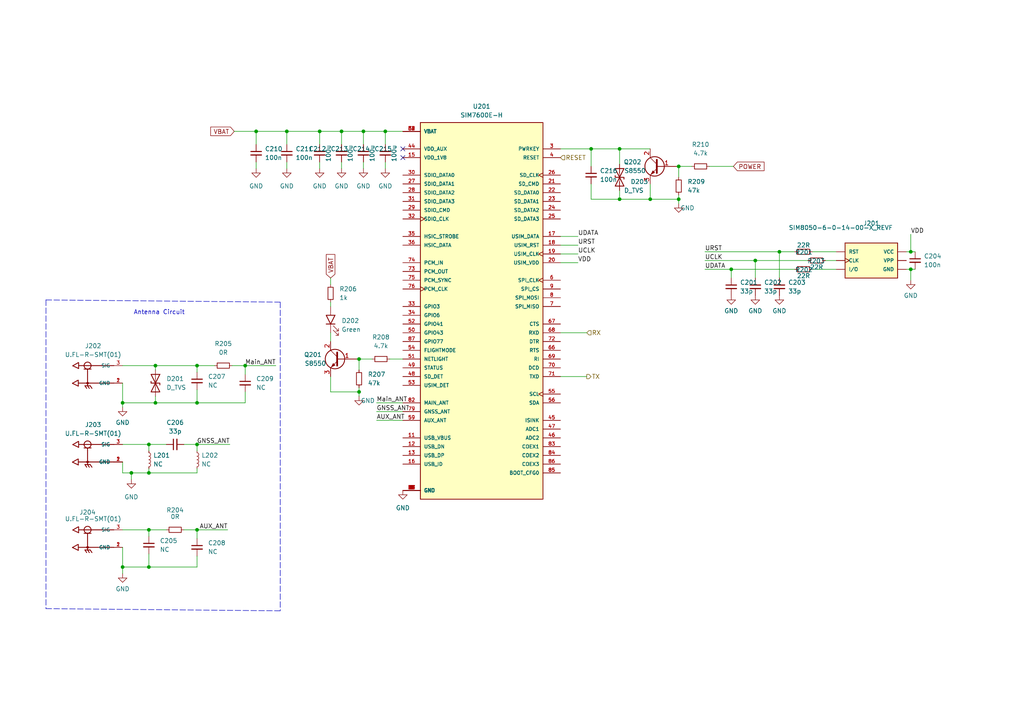
<source format=kicad_sch>
(kicad_sch (version 20211123) (generator eeschema)
  (paper "A4")
  (lib_symbols
    (symbol "Device:C_Small" (pin_numbers hide) (pin_names (offset 0.254) hide)
      (property "Reference" "C" (at 0.254 1.778 0))
      (property "Value" "C_Small" (at 0.254 -2.032 0))
      (symbol "C_Small_0_1"
        (polyline (pts (xy -1.524 -0.508) (xy 1.524 -0.508)) (stroke (width 0.3302)))
        (polyline (pts (xy -1.524 0.508) (xy 1.524 0.508)) (stroke (width 0.3048)))
      )
      (symbol "C_Small_1_1"
        (pin passive line (at 0 2.54 270) (length 2.032) (name "~") (number "1"))
        (pin passive line (at 0 -2.54 90) (length 2.032) (name "~") (number "2"))
      )
    )
    (symbol "Device:D_TVS" (pin_numbers hide) (pin_names (offset 1.016) hide)
      (property "Reference" "D" (at 0 2.54 0))
      (property "Value" "D_TVS" (at 0 -2.54 0))
      (symbol "D_TVS_0_1"
        (polyline (pts (xy 1.27 0) (xy -1.27 0)))
        (polyline (pts (xy 0.508 1.27) (xy 0 1.27) (xy 0 -1.27) (xy -0.508 -1.27)) (stroke (width 0.254)))
        (polyline (pts (xy -2.54 1.27) (xy -2.54 -1.27) (xy 2.54 1.27) (xy 2.54 -1.27) (xy -2.54 1.27)) (stroke (width 0.254)))
      )
      (symbol "D_TVS_1_1"
        (pin passive line (at -3.81 0 0) (length 2.54) (name "A1") (number "1"))
        (pin passive line (at 3.81 0 180) (length 2.54) (name "A2") (number "2"))
      )
    )
    (symbol "Device:LED" (pin_numbers hide) (pin_names (offset 1.016) hide)
      (property "Reference" "D" (at 0 2.54 0))
      (property "Value" "LED" (at 0 -2.54 0))
      (symbol "LED_0_1"
        (polyline (pts (xy -1.27 -1.27) (xy -1.27 1.27)) (stroke (width 0.254)))
        (polyline (pts (xy 1.27 -1.27) (xy 1.27 1.27) (xy -1.27 0) (xy 1.27 -1.27)) (stroke (width 0.254)))
        (polyline (pts (xy -3.048 -0.762) (xy -4.572 -2.286) (xy -3.81 -2.286) (xy -4.572 -2.286) (xy -4.572 -1.524)))
        (polyline (pts (xy -1.778 -0.762) (xy -3.302 -2.286) (xy -2.54 -2.286) (xy -3.302 -2.286) (xy -3.302 -1.524)))
      )
      (symbol "LED_1_1"
        (pin passive line (at -3.81 0 0) (length 2.54) (name "K") (number "1"))
        (pin passive line (at 3.81 0 180) (length 2.54) (name "A") (number "2"))
      )
    )
    (symbol "Device:L_Small" (pin_numbers hide) (pin_names (offset 0.254) hide)
      (property "Reference" "L" (at 0.762 1.016 0))
      (property "Value" "L_Small" (at 0.762 -1.016 0))
      (symbol "L_Small_0_1"
        (arc (start 0 -2.032) (mid 0.508 -1.524) (end 0 -1.016))
        (arc (start 0 -1.016) (mid 0.508 -0.508) (end 0 0))
        (arc (start 0 0) (mid 0.508 0.508) (end 0 1.016))
        (arc (start 0 1.016) (mid 0.508 1.524) (end 0 2.032))
      )
      (symbol "L_Small_1_1"
        (pin passive line (at 0 2.54 270) (length 0.508) (name "~") (number "1"))
        (pin passive line (at 0 -2.54 90) (length 0.508) (name "~") (number "2"))
      )
    )
    (symbol "Device:Q_NPN_BCE" (pin_names (offset 0) hide)
      (property "Reference" "Q" (at 5.08 1.27 0))
      (property "Value" "Q_NPN_BCE" (at 5.08 -1.27 0))
      (symbol "Q_NPN_BCE_0_1"
        (polyline (pts (xy 0.635 0.635) (xy 2.54 2.54)))
        (polyline (pts (xy 0.635 -0.635) (xy 2.54 -2.54) (xy 2.54 -2.54)))
        (polyline (pts (xy 0.635 1.905) (xy 0.635 -1.905) (xy 0.635 -1.905)) (stroke (width 0.508)))
        (polyline (pts (xy 1.27 -1.778) (xy 1.778 -1.27) (xy 2.286 -2.286) (xy 1.27 -1.778) (xy 1.27 -1.778)) (fill (type outline)))
        (circle (center 1.27 0) (radius 2.8194) (stroke (width 0.254)))
      )
      (symbol "Q_NPN_BCE_1_1"
        (pin input line (at -5.08 0 0) (length 5.715) (name "B") (number "1"))
        (pin passive line (at 2.54 5.08 270) (length 2.54) (name "C") (number "2"))
        (pin passive line (at 2.54 -5.08 90) (length 2.54) (name "E") (number "3"))
      )
    )
    (symbol "Device:R_Small" (pin_numbers hide) (pin_names (offset 0.254) hide)
      (property "Reference" "R" (at 0.762 0.508 0))
      (property "Value" "R_Small" (at 0.762 -1.016 0))
      (symbol "R_Small_0_1"
        (rectangle (start -0.762 1.778) (end 0.762 -1.778) (stroke (width 0.2032)))
      )
      (symbol "R_Small_1_1"
        (pin passive line (at 0 2.54 270) (length 0.762) (name "~") (number "1"))
        (pin passive line (at 0 -2.54 90) (length 0.762) (name "~") (number "2"))
      )
    )
    (symbol "Symbols:SIM7600E-H" (pin_names (offset 1.016))
      (property "Reference" "U" (at -17.78 56.515 0))
      (property "Value" "SIM7600E-H" (at -17.78 -55.88 0))
      (symbol "SIM7600E-H_0_0"
        (rectangle (start -17.78 -53.34) (end 17.78 55.88) (stroke (width 0.254)) (fill (type background)))
        (pin power_in line (at 22.86 -50.8 180) (length 5.08) (name "GND") (number "1"))
        (pin power_in line (at 22.86 -50.8 180) (length 5.08) (name "GND") (number "10"))
        (pin input line (at 22.86 -35.56 180) (length 5.08) (name "USB_VBUS") (number "11"))
        (pin bidirectional line (at 22.86 -38.1 180) (length 5.08) (name "USB_DN") (number "12"))
        (pin bidirectional line (at 22.86 -40.64 180) (length 5.08) (name "USB_DP") (number "13"))
        (pin power_in line (at 22.86 -50.8 180) (length 5.08) (name "GND") (number "14"))
        (pin output line (at 22.86 45.72 180) (length 5.08) (name "VDD_1V8") (number "15"))
        (pin input line (at 22.86 -43.18 180) (length 5.08) (name "USB_ID") (number "16"))
        (pin bidirectional line (at -22.86 22.86 0) (length 5.08) (name "USIM_DATA") (number "17"))
        (pin output line (at -22.86 20.32 0) (length 5.08) (name "USIM_RST") (number "18"))
        (pin output clock (at -22.86 17.78 0) (length 5.08) (name "USIM_CLK") (number "19"))
        (pin power_in line (at 22.86 -50.8 180) (length 5.08) (name "GND") (number "2"))
        (pin output line (at -22.86 15.24 0) (length 5.08) (name "USIM_VDD") (number "20"))
        (pin output line (at -22.86 38.1 0) (length 5.08) (name "SD_CMD") (number "21"))
        (pin bidirectional line (at -22.86 35.56 0) (length 5.08) (name "SD_DATA0") (number "22"))
        (pin bidirectional line (at -22.86 33.02 0) (length 5.08) (name "SD_DATA1") (number "23"))
        (pin bidirectional line (at -22.86 30.48 0) (length 5.08) (name "SD_DATA2") (number "24"))
        (pin bidirectional line (at -22.86 27.94 0) (length 5.08) (name "SD_DATA3") (number "25"))
        (pin output clock (at -22.86 40.64 0) (length 5.08) (name "SD_CLK") (number "26"))
        (pin bidirectional line (at 22.86 38.1 180) (length 5.08) (name "SDIO_DATA1") (number "27"))
        (pin bidirectional line (at 22.86 35.56 180) (length 5.08) (name "SDIO_DATA2") (number "28"))
        (pin output line (at 22.86 30.48 180) (length 5.08) (name "SDIO_CMD") (number "29"))
        (pin input line (at -22.86 48.26 0) (length 5.08) (name "PWRKEY") (number "3"))
        (pin bidirectional line (at 22.86 40.64 180) (length 5.08) (name "SDIO_DATA0") (number "30"))
        (pin bidirectional line (at 22.86 33.02 180) (length 5.08) (name "SDIO_DATA3") (number "31"))
        (pin output clock (at 22.86 27.94 180) (length 5.08) (name "SDIO_CLK") (number "32"))
        (pin bidirectional line (at 22.86 2.54 180) (length 5.08) (name "GPIO3") (number "33"))
        (pin bidirectional line (at 22.86 0 180) (length 5.08) (name "GPIO6") (number "34"))
        (pin output line (at 22.86 22.86 180) (length 5.08) (name "HSIC_STROBE") (number "35"))
        (pin bidirectional line (at 22.86 20.32 180) (length 5.08) (name "HSIC_DATA") (number "36"))
        (pin power_in line (at 22.86 -50.8 180) (length 5.08) (name "GND") (number "37"))
        (pin power_in line (at 22.86 53.34 180) (length 5.08) (name "VBAT") (number "38"))
        (pin power_in line (at 22.86 53.34 180) (length 5.08) (name "VBAT") (number "39"))
        (pin input line (at -22.86 45.72 0) (length 5.08) (name "RESET") (number "4"))
        (pin power_in line (at 22.86 -50.8 180) (length 5.08) (name "GND") (number "40"))
        (pin power_in line (at 22.86 -50.8 180) (length 5.08) (name "GND") (number "41"))
        (pin power_in line (at 22.86 -50.8 180) (length 5.08) (name "GND") (number "43"))
        (pin output line (at 22.86 48.26 180) (length 5.08) (name "VDD_AUX") (number "44"))
        (pin input line (at -22.86 -30.48 0) (length 5.08) (name "ISINK") (number "45"))
        (pin input line (at -22.86 -35.56 0) (length 5.08) (name "ADC2") (number "46"))
        (pin input line (at -22.86 -33.02 0) (length 5.08) (name "ADC1") (number "47"))
        (pin bidirectional line (at 22.86 -17.78 180) (length 5.08) (name "SD_DET") (number "48"))
        (pin output line (at 22.86 -15.24 180) (length 5.08) (name "STATUS") (number "49"))
        (pin power_in line (at 22.86 -50.8 180) (length 5.08) (name "GND") (number "5"))
        (pin bidirectional line (at 22.86 -5.08 180) (length 5.08) (name "GPIO43") (number "50"))
        (pin output line (at 22.86 -12.7 180) (length 5.08) (name "NETLIGHT") (number "51"))
        (pin bidirectional line (at 22.86 -2.54 180) (length 5.08) (name "GPIO41") (number "52"))
        (pin bidirectional line (at 22.86 -20.32 180) (length 5.08) (name "USIM_DET") (number "53"))
        (pin input line (at 22.86 -10.16 180) (length 5.08) (name "FLIGHTMODE") (number "54"))
        (pin output clock (at -22.86 -22.86 0) (length 5.08) (name "SCL") (number "55"))
        (pin bidirectional line (at -22.86 -25.4 0) (length 5.08) (name "SDA") (number "56"))
        (pin power_in line (at 22.86 -50.8 180) (length 5.08) (name "GND") (number "57"))
        (pin power_in line (at 22.86 -50.8 180) (length 5.08) (name "GND") (number "58"))
        (pin input line (at 22.86 -30.48 180) (length 5.08) (name "AUX_ANT") (number "59"))
        (pin output clock (at -22.86 10.16 0) (length 5.08) (name "SPI_CLK") (number "6"))
        (pin power_in line (at 22.86 -50.8 180) (length 5.08) (name "GND") (number "60"))
        (pin power_in line (at 22.86 -50.8 180) (length 5.08) (name "GND") (number "61"))
        (pin power_in line (at 22.86 53.34 180) (length 5.08) (name "VBAT") (number "62"))
        (pin power_in line (at 22.86 53.34 180) (length 5.08) (name "VBAT") (number "63"))
        (pin power_in line (at 22.86 -50.8 180) (length 5.08) (name "GND") (number "64"))
        (pin power_in line (at 22.86 -50.8 180) (length 5.08) (name "GND") (number "65"))
        (pin output line (at -22.86 -10.16 0) (length 5.08) (name "RTS") (number "66"))
        (pin input line (at -22.86 -2.54 0) (length 5.08) (name "CTS") (number "67"))
        (pin input line (at -22.86 -5.08 0) (length 5.08) (name "RXD") (number "68"))
        (pin output line (at -22.86 -12.7 0) (length 5.08) (name "RI") (number "69"))
        (pin input line (at -22.86 2.54 0) (length 5.08) (name "SPI_MISO") (number "7"))
        (pin output line (at -22.86 -15.24 0) (length 5.08) (name "DCD") (number "70"))
        (pin output line (at -22.86 -17.78 0) (length 5.08) (name "TXD") (number "71"))
        (pin input line (at -22.86 -7.62 0) (length 5.08) (name "DTR") (number "72"))
        (pin output line (at 22.86 12.7 180) (length 5.08) (name "PCM_OUT") (number "73"))
        (pin input line (at 22.86 15.24 180) (length 5.08) (name "PCM_IN") (number "74"))
        (pin output line (at 22.86 10.16 180) (length 5.08) (name "PCM_SYNC") (number "75"))
        (pin output clock (at 22.86 7.62 180) (length 5.08) (name "PCM_CLK") (number "76"))
        (pin power_in line (at 22.86 -50.8 180) (length 5.08) (name "GND") (number "77"))
        (pin power_in line (at 22.86 -50.8 180) (length 5.08) (name "GND") (number "78"))
        (pin bidirectional line (at 22.86 -27.94 180) (length 5.08) (name "GNSS_ANT") (number "79"))
        (pin output line (at -22.86 5.08 0) (length 5.08) (name "SPI_MOSI") (number "8"))
        (pin power_in line (at 22.86 -50.8 180) (length 5.08) (name "GND") (number "80"))
        (pin power_in line (at 22.86 -50.8 180) (length 5.08) (name "GND") (number "81"))
        (pin bidirectional line (at 22.86 -25.4 180) (length 5.08) (name "MAIN_ANT") (number "82"))
        (pin bidirectional line (at -22.86 -38.1 0) (length 5.08) (name "COEX1") (number "83"))
        (pin bidirectional line (at -22.86 -40.64 0) (length 5.08) (name "COEX2") (number "84"))
        (pin input line (at -22.86 -45.72 0) (length 5.08) (name "BOOT_CFG0") (number "85"))
        (pin bidirectional line (at -22.86 -43.18 0) (length 5.08) (name "COEX3") (number "86"))
        (pin bidirectional line (at 22.86 -7.62 180) (length 5.08) (name "GPIO77") (number "87"))
        (pin output line (at -22.86 7.62 0) (length 5.08) (name "SPI_CS") (number "9"))
      )
    )
    (symbol "Symbols:SIM8050-6-0-14-00-X_REVF" (pin_numbers hide) (pin_names (offset 1.016))
      (property "Reference" "J" (at -7.6454 5.588 0))
      (property "Value" "SIM8050-6-0-14-00-X_REVF" (at -7.62 -7.62 0))
      (symbol "SIM8050-6-0-14-00-X_REVF_0_0"
        (rectangle (start -7.62 -5.08) (end 7.62 5.08) (stroke (width 0.254)) (fill (type background)))
        (pin power_in line (at 10.16 2.54 180) (length 2.54) (name "VCC") (number "C1"))
        (pin input line (at -10.16 2.54 0) (length 2.54) (name "RST") (number "C2"))
        (pin input clock (at -10.16 0 0) (length 2.54) (name "CLK") (number "C3"))
        (pin power_in line (at 10.16 -2.54 180) (length 2.54) (name "GND") (number "C5"))
        (pin power_in line (at 10.16 0 180) (length 2.54) (name "VPP") (number "C6"))
        (pin bidirectional line (at -10.16 -2.54 0) (length 2.54) (name "I/O") (number "C7"))
      )
      (symbol "SIM8050-6-0-14-00-X_REVF_1_1"
        (pin power_in line (at 10.16 -2.54 180) (length 2.54) hide (name "GND") (number "C4"))
        (pin power_in line (at 10.16 -2.54 180) (length 2.54) hide (name "GND") (number "C8"))
      )
    )
    (symbol "Symbols:U.FL-R-SMT(01)" (pin_names (offset 1.016))
      (property "Reference" "J" (at -3.81 4.064 0))
      (property "Value" "U.FL-R-SMT(01)" (at -4.318 -5.588 0))
      (symbol "U.FL-R-SMT(01)_0_0"
        (circle (center 0 -2.54) (radius 0.254) (stroke (width 0.254)))
        (polyline (pts (xy -7.62 -2.54) (xy 0 -2.54)) (stroke (width 0.254)))
        (polyline (pts (xy -7.62 2.54) (xy 2.54 2.54)) (stroke (width 0.254)))
        (polyline (pts (xy -1.016 1.524) (xy 0 1.524)) (stroke (width 0.254)))
        (polyline (pts (xy -0.762 -3.302) (xy -1.27 -4.064)) (stroke (width 0.254)))
        (polyline (pts (xy 0 -3.302) (xy -0.762 -3.302)) (stroke (width 0.254)))
        (polyline (pts (xy 0 -3.302) (xy -0.508 -4.064)) (stroke (width 0.254)))
        (polyline (pts (xy 0 -3.302) (xy 0.762 -3.302)) (stroke (width 0.254)))
        (polyline (pts (xy 0 -2.54) (xy 0 -3.302)) (stroke (width 0.254)))
        (polyline (pts (xy 0 1.524) (xy 0 -2.54)) (stroke (width 0.254)))
        (polyline (pts (xy 0 1.524) (xy 1.016 1.524)) (stroke (width 0.254)))
        (polyline (pts (xy 0.762 -3.302) (xy 0.254 -4.064)) (stroke (width 0.254)))
        (polyline (pts (xy 2.54 -2.54) (xy 0 -2.54)) (stroke (width 0.254)))
        (polyline (pts (xy 2.5908 1.7018) (xy 4.2926 2.4892)) (stroke (width 0.254)))
        (polyline (pts (xy 2.5908 3.4036) (xy 2.5908 1.7018)) (stroke (width 0.254)))
        (polyline (pts (xy 2.6924 -3.4036) (xy 4.3942 -2.5908)) (stroke (width 0.254)))
        (polyline (pts (xy 2.6924 -1.7018) (xy 2.6924 -3.4036)) (stroke (width 0.254)))
        (polyline (pts (xy 4.2926 2.4892) (xy 2.6924 3.4036)) (stroke (width 0.254)))
        (polyline (pts (xy 4.3942 -2.5908) (xy 2.794 -1.7018)) (stroke (width 0.254)))
        (circle (center 0 2.54) (radius 1.016) (stroke (width 0.254)))
        (pin passive line (at -10.16 -2.54 0) (length 2.54) (name "GND") (number "1"))
        (pin passive line (at -10.16 -2.54 0) (length 2.54) (name "GND") (number "2"))
        (pin passive line (at -10.16 2.54 0) (length 2.54) (name "SIG") (number "3"))
      )
    )
    (symbol "power:GND" (power) (pin_names (offset 0))
      (property "Value" "GND" (at 0 -3.81 0))
      (symbol "GND_0_1"
        (polyline (pts (xy 0 0) (xy 0 -1.27) (xy 1.27 -1.27) (xy 0 -2.54) (xy -1.27 -1.27) (xy 0 -1.27)))
      )
      (symbol "GND_1_1"
        (pin power_in line (at 0 0 270) (length 0) hide (name "GND") (number "1"))
      )
    )
  )
  (junction (at 264.16 78.105))
  (junction (at 99.06 38.1))
  (junction (at 196.85 57.785))
  (junction (at 74.295 38.1))
  (junction (at 43.18 153.67))
  (junction (at 83.185 38.1))
  (junction (at 226.06 73.025))
  (junction (at 212.09 78.105))
  (junction (at 179.705 43.18))
  (junction (at 43.18 128.905))
  (junction (at 92.71 38.1))
  (junction (at 45.085 116.84))
  (junction (at 179.705 57.785))
  (junction (at 105.41 38.1))
  (junction (at 57.15 128.905))
  (junction (at 111.76 38.1))
  (junction (at 35.56 164.465))
  (junction (at 57.15 106.045))
  (junction (at 35.56 116.84))
  (junction (at 196.85 48.26))
  (junction (at 45.085 106.045))
  (junction (at 188.595 57.785))
  (junction (at 57.15 116.84))
  (junction (at 71.12 106.045))
  (junction (at 264.16 73.025))
  (junction (at 171.45 43.18))
  (junction (at 104.14 113.665))
  (junction (at 43.18 164.465))
  (junction (at 38.1 137.16))
  (junction (at 104.14 104.14))
  (junction (at 219.075 75.565))
  (junction (at 57.15 153.67))
  (junction (at 43.18 137.16))
  (no_connect (at 116.84 45.72))
  (no_connect (at 116.84 43.18))
  (wire (pts (xy 262.89 73.025) (xy 264.16 73.025)))
  (wire (pts (xy 43.18 164.465) (xy 35.56 164.465)))
  (wire (pts (xy 74.295 38.1) (xy 83.185 38.1)))
  (wire (pts (xy 57.15 106.045) (xy 62.23 106.045)))
  (polyline (pts (xy 81.28 87.63) (xy 81.28 177.165)))
  (wire (pts (xy 43.18 137.16) (xy 43.18 135.89)))
  (wire (pts (xy 264.16 73.025) (xy 265.43 73.025)))
  (wire (pts (xy 226.06 73.025) (xy 226.06 80.645)))
  (wire (pts (xy 109.22 116.84) (xy 116.84 116.84)))
  (wire (pts (xy 111.76 38.1) (xy 111.76 41.91)))
  (wire (pts (xy 43.18 153.67) (xy 48.26 153.67)))
  (wire (pts (xy 99.06 38.1) (xy 105.41 38.1)))
  (wire (pts (xy 35.56 116.84) (xy 45.085 116.84)))
  (wire (pts (xy 45.085 106.045) (xy 45.085 107.315)))
  (wire (pts (xy 104.14 104.14) (xy 107.95 104.14)))
  (wire (pts (xy 104.14 113.665) (xy 95.885 113.665)))
  (wire (pts (xy 235.585 73.025) (xy 242.57 73.025)))
  (wire (pts (xy 92.71 38.1) (xy 99.06 38.1)))
  (wire (pts (xy 95.885 87.63) (xy 95.885 88.9)))
  (wire (pts (xy 171.45 57.785) (xy 179.705 57.785)))
  (wire (pts (xy 95.885 80.645) (xy 95.885 82.55)))
  (wire (pts (xy 57.15 153.67) (xy 57.15 156.21)))
  (wire (pts (xy 57.15 116.84) (xy 71.12 116.84)))
  (wire (pts (xy 35.56 153.67) (xy 43.18 153.67)))
  (wire (pts (xy 235.585 78.105) (xy 242.57 78.105)))
  (wire (pts (xy 171.45 53.34) (xy 171.45 57.785)))
  (wire (pts (xy 45.085 106.045) (xy 57.15 106.045)))
  (wire (pts (xy 71.12 116.84) (xy 71.12 113.665)))
  (wire (pts (xy 43.18 164.465) (xy 57.15 164.465)))
  (wire (pts (xy 35.56 111.125) (xy 35.56 116.84)))
  (wire (pts (xy 170.18 109.22) (xy 162.56 109.22)))
  (wire (pts (xy 67.31 106.045) (xy 71.12 106.045)))
  (wire (pts (xy 239.395 75.565) (xy 242.57 75.565)))
  (wire (pts (xy 262.89 78.105) (xy 264.16 78.105)))
  (wire (pts (xy 105.41 38.1) (xy 111.76 38.1)))
  (wire (pts (xy 196.85 48.26) (xy 196.85 51.435)))
  (wire (pts (xy 212.09 78.105) (xy 212.09 80.645)))
  (wire (pts (xy 53.34 153.67) (xy 57.15 153.67)))
  (wire (pts (xy 95.885 96.52) (xy 95.885 99.06)))
  (wire (pts (xy 57.15 128.905) (xy 66.675 128.905)))
  (wire (pts (xy 167.64 73.66) (xy 162.56 73.66)))
  (wire (pts (xy 171.45 43.18) (xy 171.45 48.26)))
  (wire (pts (xy 179.705 55.245) (xy 179.705 57.785)))
  (wire (pts (xy 43.18 128.905) (xy 43.18 130.81)))
  (polyline (pts (xy 81.28 177.165) (xy 13.335 176.53)))
  (wire (pts (xy 71.12 106.045) (xy 80.01 106.045)))
  (wire (pts (xy 179.705 57.785) (xy 188.595 57.785)))
  (wire (pts (xy 170.18 96.52) (xy 162.56 96.52)))
  (wire (pts (xy 204.47 73.025) (xy 226.06 73.025)))
  (wire (pts (xy 111.76 38.1) (xy 116.84 38.1)))
  (wire (pts (xy 57.15 128.905) (xy 57.15 130.81)))
  (wire (pts (xy 38.1 137.16) (xy 43.18 137.16)))
  (wire (pts (xy 35.56 106.045) (xy 45.085 106.045)))
  (wire (pts (xy 196.85 57.785) (xy 196.85 59.055)))
  (wire (pts (xy 83.185 38.1) (xy 83.185 41.91)))
  (polyline (pts (xy 13.335 86.995) (xy 81.28 87.63)))
  (wire (pts (xy 57.15 137.16) (xy 43.18 137.16)))
  (wire (pts (xy 105.41 38.1) (xy 105.41 41.91)))
  (wire (pts (xy 196.85 57.785) (xy 188.595 57.785)))
  (wire (pts (xy 53.34 128.905) (xy 57.15 128.905)))
  (wire (pts (xy 99.06 48.895) (xy 99.06 46.99)))
  (wire (pts (xy 219.075 75.565) (xy 219.075 80.645)))
  (wire (pts (xy 99.06 41.91) (xy 99.06 38.1)))
  (wire (pts (xy 38.1 137.16) (xy 38.1 139.065)))
  (wire (pts (xy 35.56 116.84) (xy 35.56 118.11)))
  (wire (pts (xy 92.71 38.1) (xy 92.71 41.91)))
  (wire (pts (xy 196.215 48.26) (xy 196.85 48.26)))
  (wire (pts (xy 179.705 43.18) (xy 188.595 43.18)))
  (wire (pts (xy 212.09 78.105) (xy 230.505 78.105)))
  (polyline (pts (xy 13.335 86.995) (xy 13.335 176.53)))
  (wire (pts (xy 179.705 43.18) (xy 179.705 47.625)))
  (wire (pts (xy 43.18 153.67) (xy 43.18 155.575)))
  (wire (pts (xy 219.075 75.565) (xy 234.315 75.565)))
  (wire (pts (xy 83.185 48.895) (xy 83.185 46.99)))
  (wire (pts (xy 109.22 119.38) (xy 116.84 119.38)))
  (wire (pts (xy 264.16 78.105) (xy 264.16 81.28)))
  (wire (pts (xy 113.03 104.14) (xy 116.84 104.14)))
  (wire (pts (xy 83.185 38.1) (xy 92.71 38.1)))
  (wire (pts (xy 167.64 71.12) (xy 162.56 71.12)))
  (wire (pts (xy 103.505 104.14) (xy 104.14 104.14)))
  (wire (pts (xy 43.18 128.905) (xy 48.26 128.905)))
  (wire (pts (xy 167.64 76.2) (xy 162.56 76.2)))
  (wire (pts (xy 57.15 113.03) (xy 57.15 116.84)))
  (wire (pts (xy 35.56 137.16) (xy 38.1 137.16)))
  (wire (pts (xy 57.15 164.465) (xy 57.15 161.29)))
  (wire (pts (xy 105.41 48.895) (xy 105.41 46.99)))
  (wire (pts (xy 264.16 78.105) (xy 265.43 78.105)))
  (wire (pts (xy 104.14 112.395) (xy 104.14 113.665)))
  (wire (pts (xy 204.47 78.105) (xy 212.09 78.105)))
  (wire (pts (xy 35.56 164.465) (xy 35.56 166.37)))
  (wire (pts (xy 45.085 114.935) (xy 45.085 116.84)))
  (wire (pts (xy 95.885 109.22) (xy 95.885 113.665)))
  (wire (pts (xy 204.47 75.565) (xy 219.075 75.565)))
  (wire (pts (xy 92.71 48.895) (xy 92.71 46.99)))
  (wire (pts (xy 71.12 106.045) (xy 71.12 108.585)))
  (wire (pts (xy 188.595 53.34) (xy 188.595 57.785)))
  (wire (pts (xy 264.16 67.945) (xy 264.16 73.025)))
  (wire (pts (xy 171.45 43.18) (xy 179.705 43.18)))
  (wire (pts (xy 196.85 48.26) (xy 200.66 48.26)))
  (wire (pts (xy 162.56 43.18) (xy 171.45 43.18)))
  (wire (pts (xy 35.56 164.465) (xy 35.56 158.75)))
  (wire (pts (xy 111.76 48.895) (xy 111.76 46.99)))
  (wire (pts (xy 45.085 116.84) (xy 57.15 116.84)))
  (wire (pts (xy 226.06 73.025) (xy 230.505 73.025)))
  (wire (pts (xy 57.15 135.89) (xy 57.15 137.16)))
  (wire (pts (xy 167.64 68.58) (xy 162.56 68.58)))
  (wire (pts (xy 74.295 48.895) (xy 74.295 46.99)))
  (wire (pts (xy 35.56 128.905) (xy 43.18 128.905)))
  (wire (pts (xy 57.15 153.67) (xy 66.04 153.67)))
  (wire (pts (xy 43.18 160.655) (xy 43.18 164.465)))
  (wire (pts (xy 67.945 38.1) (xy 74.295 38.1)))
  (wire (pts (xy 104.14 113.665) (xy 104.14 114.935)))
  (wire (pts (xy 196.85 56.515) (xy 196.85 57.785)))
  (wire (pts (xy 104.14 104.14) (xy 104.14 107.315)))
  (wire (pts (xy 212.725 48.26) (xy 205.74 48.26)))
  (wire (pts (xy 57.15 106.045) (xy 57.15 107.95)))
  (wire (pts (xy 74.295 38.1) (xy 74.295 41.91)))
  (wire (pts (xy 109.22 121.92) (xy 116.84 121.92)))
  (wire (pts (xy 35.56 133.985) (xy 35.56 137.16)))
  (text "Antenna Circuit" (at 38.735 91.44 0) (effects (font (size 1.27 1.27)) (justify left bottom)))
  (label "URST" (at 167.64 71.12 0))
  (label "UDATA" (at 204.47 78.105 0))
  (label "UCLK" (at 167.64 73.66 0))
  (label "AUX_ANT" (at 109.22 121.92 0))
  (label "GNSS_ANT" (at 109.22 119.38 0))
  (label "URST" (at 204.47 73.025 0))
  (label "VDD" (at 167.64 76.2 0))
  (label "UDATA" (at 167.64 68.58 0))
  (label "UCLK" (at 204.47 75.565 0))
  (label "AUX_ANT" (at 66.04 153.67 180))
  (label "Main_ANT" (at 109.22 116.84 0))
  (label "Main_ANT" (at 80.01 106.045 180))
  (label "GNSS_ANT" (at 66.675 128.905 180))
  (label "VDD" (at 264.16 67.945 0))
  (global_label "VBAT" (shape input) (at 67.945 38.1 180) (property "Intersheet References" "${INTERSHEET_REFS}" (effects hide)))
  (global_label "POWER" (shape input) (at 212.725 48.26 0) (property "Intersheet References" "${INTERSHEET_REFS}" (effects hide)))
  (global_label "VBAT" (shape input) (at 95.885 80.645 90) (property "Intersheet References" "${INTERSHEET_REFS}" (effects hide)))
  (hierarchical_label "RX" (shape input) (at 170.18 96.52 0))
  (hierarchical_label "TX" (shape output) (at 170.18 109.22 0))
  (hierarchical_label "RESET" (shape input) (at 162.56 45.72 0))
  (symbol (lib_id "Device:C_Small") (at 83.185 44.45 0) (unit 1)
    (property "Reference" "C211" (at 85.725 43.1862 0) (effects (justify left)))
    (property "Value" "100n" (at 85.725 45.7262 0) (effects (justify left)))
    (property "Footprint" "Capacitor_SMD:C_0402_1005Metric" (effects hide))
    (property "JLCPCB Part No" "C1525" (effects hide))
    (property "LCSC" "C1525" (effects hide))
  )
  (symbol (lib_id "Symbols:SIM8050-6-0-14-00-X_REVF") (at 252.73 75.565 0) (unit 1)
    (property "Reference" "J201" (at 252.73 64.77 0))
    (property "Value" "SIM8050-6-0-14-00-X_REVF" (at 243.84 66.04 0))
    (property "Footprint" "Footprints:GCT_SIM8050-6-0-14-00-X_REVF" (effects hide))
    (property "JLCPCB Part No" "C266889" (effects hide))
    (property "LCSC" "C266889" (effects hide))
  )
  (symbol (lib_id "power:GND") (at 264.16 81.28 0) (unit 1)
    (property "Reference" "#PWR0202" (effects hide))
    (property "Value" "GND" (at 264.16 85.725 0))
  )
  (symbol (lib_id "Device:R_Small") (at 104.14 109.855 180) (unit 1)
    (property "Reference" "R207" (at 106.68 108.5849 0) (effects (justify right)))
    (property "Value" "47k" (at 106.68 111.1249 0) (effects (justify right)))
    (property "Footprint" "Resistor_SMD:R_0402_1005Metric" (effects hide))
    (property "JLCPCB Part No" "C144757" (effects hide))
    (property "LCSC" "C144757" (effects hide))
  )
  (symbol (lib_id "power:GND") (at 92.71 48.895 0) (unit 1)
    (property "Reference" "#PWR0211" (effects hide))
    (property "Value" "GND" (at 92.71 53.975 0))
  )
  (symbol (lib_id "Device:D_TVS") (at 179.705 51.435 270) (unit 1)
    (property "Reference" "D203" (at 182.88 52.705 90) (effects (justify left)))
    (property "Value" "D_TVS" (at 180.975 55.245 90) (effects (justify left)))
    (property "Footprint" "Diode_SMD:D_0402_1005Metric" (effects hide))
    (property "JLCPCB Part No" "C86141" (effects hide))
    (property "LCSC" "C86141" (effects hide))
  )
  (symbol (lib_id "Device:Q_NPN_BCE") (at 98.425 104.14 0) (mirror y) (unit 1)
    (property "Reference" "Q201" (at 93.345 102.8699 0) (effects (justify left)))
    (property "Value" "S8550" (at 94.615 105.41 0) (effects (justify left)))
    (property "Footprint" "Package_TO_SOT_SMD:SOT-23" (effects hide))
    (property "JLCPCB Part No" "C105432" (effects hide))
    (property "LCSC" "C105432" (effects hide))
  )
  (symbol (lib_id "Device:C_Small") (at 111.76 44.45 0) (unit 1)
    (property "Reference" "C215" (at 108.585 43.18 0) (effects (justify left)))
    (property "Value" "100u" (at 114.3 46.99 90) (effects (justify left)))
    (property "Footprint" "Capacitor_Tantalum_SMD:CP_EIA-3528-15_AVX-H" (effects hide))
    (property "JLCPCB Part No" "C16133" (effects hide))
    (property "LCSC" "C16133" (effects hide))
  )
  (symbol (lib_id "Device:C_Small") (at 71.12 111.125 0) (unit 1)
    (property "Reference" "C209" (at 74.295 109.8612 0) (effects (justify left)))
    (property "Value" "NC" (at 74.295 112.4012 0) (effects (justify left)))
    (property "Footprint" "Capacitor_SMD:C_0805_2012Metric_Pad1.18x1.45mm_HandSolder" (effects hide))
  )
  (symbol (lib_id "Device:C_Small") (at 57.15 110.49 0) (unit 1)
    (property "Reference" "C207" (at 60.325 109.2262 0) (effects (justify left)))
    (property "Value" "NC" (at 60.325 111.7662 0) (effects (justify left)))
    (property "Footprint" "Capacitor_SMD:C_0805_2012Metric_Pad1.18x1.45mm_HandSolder" (effects hide))
  )
  (symbol (lib_id "Device:C_Small") (at 212.09 83.185 0) (unit 1)
    (property "Reference" "C201" (at 214.63 81.9212 0) (effects (justify left)))
    (property "Value" "33p" (at 214.63 84.4612 0) (effects (justify left)))
    (property "Footprint" "Resistor_SMD:R_0402_1005Metric" (effects hide))
    (property "JLCPCB Part No" "C1562" (effects hide))
    (property "LCSC" "C1562" (effects hide))
  )
  (symbol (lib_id "Device:R_Small") (at 233.045 73.025 90) (unit 1)
    (property "Reference" "R201" (at 233.172 73.152 90))
    (property "Value" "22R" (at 233.045 71.12 90))
    (property "Footprint" "Resistor_SMD:R_0402_1005Metric" (effects hide))
    (property "JLCPCB Part No" " C114765" (effects hide))
    (property "LCSC" " C114765" (effects hide))
  )
  (symbol (lib_id "power:GND") (at 111.76 48.895 0) (unit 1)
    (property "Reference" "#PWR0216" (effects hide))
    (property "Value" "GND" (at 111.76 53.975 0))
  )
  (symbol (lib_id "power:GND") (at 38.1 139.065 0) (unit 1)
    (property "Reference" "#PWR0208" (effects hide))
    (property "Value" "GND" (at 38.1 144.145 0))
  )
  (symbol (lib_id "power:GND") (at 35.56 118.11 0) (unit 1)
    (property "Reference" "#PWR0206" (effects hide))
    (property "Value" "GND" (at 35.56 122.555 0))
  )
  (symbol (lib_id "Device:R_Small") (at 203.2 48.26 90) (unit 1)
    (property "Reference" "R210" (at 203.2 41.91 90))
    (property "Value" "4.7k" (at 203.2 44.45 90))
    (property "Footprint" "Resistor_SMD:R_0402_1005Metric" (effects hide))
    (property "JLCPCB Part No" "C25900" (effects hide))
    (property "LCSC" "C25900" (effects hide))
  )
  (symbol (lib_id "Device:R_Small") (at 236.855 75.565 90) (unit 1)
    (property "Reference" "R203" (at 236.728 75.692 90))
    (property "Value" "22R" (at 236.855 77.47 90))
    (property "Footprint" "Resistor_SMD:R_0402_1005Metric" (effects hide))
    (property "JLCPCB Part No" " C114765" (effects hide))
    (property "LCSC" " C114765" (effects hide))
  )
  (symbol (lib_id "Device:R_Small") (at 50.8 153.67 90) (unit 1)
    (property "Reference" "R204" (at 50.8 147.955 90))
    (property "Value" "0R" (at 50.8 149.86 90))
    (property "Footprint" "Resistor_SMD:R_0402_1005Metric" (effects hide))
    (property "JLCPCB Part No" "C17168" (effects hide))
    (property "LCSC" "C17168" (effects hide))
  )
  (symbol (lib_id "Device:D_TVS") (at 45.085 111.125 270) (unit 1)
    (property "Reference" "D201" (at 48.26 109.8549 90) (effects (justify left)))
    (property "Value" "D_TVS" (at 48.26 112.3949 90) (effects (justify left)))
    (property "Footprint" "Diode_SMD:D_0402_1005Metric" (effects hide))
    (property "JLCPCB Part No" "C86141" (effects hide))
    (property "LCSC" "C86141" (effects hide))
  )
  (symbol (lib_id "power:GND") (at 226.06 85.725 0) (unit 1)
    (property "Reference" "#PWR0205" (effects hide))
    (property "Value" "GND" (at 226.06 90.17 0))
  )
  (symbol (lib_id "Device:Q_NPN_BCE") (at 191.135 48.26 0) (mirror y) (unit 1)
    (property "Reference" "Q202" (at 186.055 46.9899 0) (effects (justify left)))
    (property "Value" "S8550" (at 187.325 49.53 0) (effects (justify left)))
    (property "Footprint" "Package_TO_SOT_SMD:SOT-23" (effects hide))
    (property "JLCPCB Part No" "C105432" (effects hide))
    (property "LCSC" "C105432" (effects hide))
  )
  (symbol (lib_id "Device:R_Small") (at 64.77 106.045 90) (unit 1)
    (property "Reference" "R205" (at 64.77 99.695 90))
    (property "Value" "0R" (at 64.77 102.235 90))
    (property "Footprint" "Resistor_SMD:R_0402_1005Metric" (effects hide))
    (property "JLCPCB Part No" "C17168" (effects hide))
    (property "LCSC" "C17168" (effects hide))
  )
  (symbol (lib_id "Device:LED") (at 95.885 92.71 90) (unit 1)
    (property "Reference" "D202" (at 99.06 93.0274 90) (effects (justify right)))
    (property "Value" "Green" (at 99.06 95.5674 90) (effects (justify right)))
    (property "Footprint" "LED_SMD:LED_0402_1005Metric" (effects hide))
    (property "JLCPCB Part No" "C965797" (effects hide))
    (property "LCSC" "C965797" (effects hide))
  )
  (symbol (lib_id "Device:R_Small") (at 95.885 85.09 0) (unit 1)
    (property "Reference" "R206" (at 98.425 83.8199 0) (effects (justify left)))
    (property "Value" "1k" (at 98.425 86.3599 0) (effects (justify left)))
    (property "Footprint" "Resistor_SMD:R_0402_1005Metric" (effects hide))
    (property "JLCPCB Part No" "C2693046" (effects hide))
    (property "LCSC" "C2693046" (effects hide))
  )
  (symbol (lib_id "Device:C_Small") (at 219.075 83.185 0) (unit 1)
    (property "Reference" "C202" (at 221.615 81.9212 0) (effects (justify left)))
    (property "Value" "33p" (at 221.615 84.4612 0) (effects (justify left)))
    (property "Footprint" "Resistor_SMD:R_0402_1005Metric" (effects hide))
    (property "JLCPCB Part No" "C1562" (effects hide))
    (property "LCSC" "C1562" (effects hide))
  )
  (symbol (lib_id "power:GND") (at 219.075 85.725 0) (unit 1)
    (property "Reference" "#PWR0204" (effects hide))
    (property "Value" "GND" (at 219.075 90.17 0))
  )
  (symbol (lib_id "power:GND") (at 104.14 114.935 0) (unit 1)
    (property "Reference" "#PWR0214" (effects hide))
    (property "Value" "GND" (at 106.68 116.205 0))
  )
  (symbol (lib_id "Symbols:U.FL-R-SMT(01)") (at 25.4 108.585 0) (mirror y) (unit 1)
    (property "Reference" "J202" (at 27.0129 100.33 0))
    (property "Value" "U.FL-R-SMT(01)" (at 27.0129 102.87 0))
    (property "Footprint" "Footprints:HRS_U.FL-R-SMT(01)" (effects hide))
    (property "MF" "Hirose" (effects hide))
    (property "PRICE" "0.84 USD" (effects hide))
    (property "MP" "U.FL-R-SMT(01)" (effects hide))
    (property "AVAILABILITY" "Good" (effects hide))
    (property "PACKAGE" "None" (effects hide))
    (property "DESCRIPTION" "U.FL Series 6 Ghz 50 Ohm Ultra-small SMT Coaxial Cable Receptacle" (effects hide))
    (property "JLCPCB Part No" "C88374" (effects hide))
    (property "LCSC" "C88374" (effects hide))
  )
  (symbol (lib_id "power:GND") (at 35.56 166.37 0) (unit 1)
    (property "Reference" "#PWR0207" (effects hide))
    (property "Value" "GND" (at 35.56 170.815 0))
  )
  (symbol (lib_id "Device:C_Small") (at 92.71 44.45 0) (unit 1)
    (property "Reference" "C212" (at 89.535 43.18 0) (effects (justify left)))
    (property "Value" "100u" (at 95.25 46.99 90) (effects (justify left)))
    (property "Footprint" "Capacitor_Tantalum_SMD:CP_EIA-3528-15_AVX-H" (effects hide))
    (property "JLCPCB Part No" "C16133" (effects hide))
    (property "LCSC" "C16133" (effects hide))
  )
  (symbol (lib_id "Device:L_Small") (at 43.18 133.35 0) (unit 1) (in_bom no)
    (property "Reference" "L201" (at 44.45 132.0799 0) (effects (justify left)))
    (property "Value" "NC" (at 44.45 134.6199 0) (effects (justify left)))
    (property "Footprint" "Inductor_SMD:L_0805_2012Metric" (effects hide))
  )
  (symbol (lib_id "Device:C_Small") (at 226.06 83.185 0) (unit 1)
    (property "Reference" "C203" (at 228.6 81.9212 0) (effects (justify left)))
    (property "Value" "33p" (at 228.6 84.4612 0) (effects (justify left)))
    (property "Footprint" "Resistor_SMD:R_0402_1005Metric" (effects hide))
    (property "JLCPCB Part No" "C1562" (effects hide))
    (property "LCSC" "C1562" (effects hide))
  )
  (symbol (lib_id "power:GND") (at 196.85 59.055 0) (unit 1)
    (property "Reference" "#PWR0217" (effects hide))
    (property "Value" "GND" (at 199.39 60.325 0))
  )
  (symbol (lib_id "power:GND") (at 212.09 85.725 0) (unit 1)
    (property "Reference" "#PWR0203" (effects hide))
    (property "Value" "GND" (at 212.09 90.17 0))
  )
  (symbol (lib_id "power:GND") (at 116.84 142.24 0) (unit 1)
    (property "Reference" "#PWR0201" (effects hide))
    (property "Value" "GND" (at 116.84 147.32 0))
  )
  (symbol (lib_id "Device:R_Small") (at 233.045 78.105 90) (unit 1)
    (property "Reference" "R202" (at 233.172 78.232 90))
    (property "Value" "22R" (at 233.045 80.01 90))
    (property "Footprint" "Resistor_SMD:R_0402_1005Metric" (effects hide))
    (property "JLCPCB Part No" " C114765" (effects hide))
    (property "LCSC" " C114765" (effects hide))
  )
  (symbol (lib_id "power:GND") (at 105.41 48.895 0) (unit 1)
    (property "Reference" "#PWR0215" (effects hide))
    (property "Value" "GND" (at 105.41 53.975 0))
  )
  (symbol (lib_id "Symbols:U.FL-R-SMT(01)") (at 25.4 156.21 0) (mirror y) (unit 1)
    (property "Reference" "J204" (at 25.4 148.59 0))
    (property "Value" "U.FL-R-SMT(01)" (at 27.0129 150.495 0))
    (property "Footprint" "Footprints:HRS_U.FL-R-SMT(01)" (effects hide))
    (property "MF" "Hirose" (effects hide))
    (property "PRICE" "0.84 USD" (effects hide))
    (property "MP" "U.FL-R-SMT(01)" (effects hide))
    (property "AVAILABILITY" "Good" (effects hide))
    (property "PACKAGE" "None" (effects hide))
    (property "DESCRIPTION" "U.FL Series 6 Ghz 50 Ohm Ultra-small SMT Coaxial Cable Receptacle" (effects hide))
    (property "JLCPCB Part No" "C88374" (effects hide))
    (property "LCSC" "C88374" (effects hide))
  )
  (symbol (lib_id "Device:C_Small") (at 43.18 158.115 0) (unit 1)
    (property "Reference" "C205" (at 46.355 156.8512 0) (effects (justify left)))
    (property "Value" "NC" (at 46.355 159.3912 0) (effects (justify left)))
    (property "Footprint" "Capacitor_SMD:C_0805_2012Metric_Pad1.18x1.45mm_HandSolder" (effects hide))
  )
  (symbol (lib_id "Device:R_Small") (at 110.49 104.14 90) (unit 1)
    (property "Reference" "R208" (at 110.49 97.79 90))
    (property "Value" "4.7k" (at 110.49 100.33 90))
    (property "Footprint" "Resistor_SMD:R_0402_1005Metric" (effects hide))
    (property "JLCPCB Part No" "C25900" (effects hide))
    (property "LCSC" "C25900" (effects hide))
  )
  (symbol (lib_id "Symbols:U.FL-R-SMT(01)") (at 25.4 131.445 0) (mirror y) (unit 1)
    (property "Reference" "J203" (at 27.0129 123.19 0))
    (property "Value" "U.FL-R-SMT(01)" (at 27.0129 125.73 0))
    (property "Footprint" "Footprints:HRS_U.FL-R-SMT(01)" (effects hide))
    (property "MF" "Hirose" (effects hide))
    (property "PRICE" "0.84 USD" (effects hide))
    (property "MP" "U.FL-R-SMT(01)" (effects hide))
    (property "AVAILABILITY" "Good" (effects hide))
    (property "PACKAGE" "None" (effects hide))
    (property "DESCRIPTION" "U.FL Series 6 Ghz 50 Ohm Ultra-small SMT Coaxial Cable Receptacle" (effects hide))
    (property "JLCPCB Part No" "C88374" (effects hide))
    (property "LCSC" "C88374" (effects hide))
  )
  (symbol (lib_id "Device:C_Small") (at 171.45 50.8 0) (unit 1)
    (property "Reference" "C216" (at 173.99 49.5362 0) (effects (justify left)))
    (property "Value" "100n" (at 173.99 52.0762 0) (effects (justify left)))
    (property "Footprint" "Capacitor_SMD:C_0402_1005Metric" (effects hide))
    (property "JLCPCB Part No" "C1525" (effects hide))
    (property "LCSC" "C1525" (effects hide))
  )
  (symbol (lib_id "Device:C_Small") (at 99.06 44.45 0) (unit 1)
    (property "Reference" "C213" (at 95.885 43.18 0) (effects (justify left)))
    (property "Value" "100u" (at 101.6 46.99 90) (effects (justify left)))
    (property "Footprint" "Capacitor_Tantalum_SMD:CP_EIA-3528-15_AVX-H" (effects hide))
    (property "JLCPCB Part No" "C16133" (effects hide))
    (property "LCSC" "C16133" (effects hide))
  )
  (symbol (lib_id "Device:L_Small") (at 57.15 133.35 0) (unit 1) (in_bom no)
    (property "Reference" "L202" (at 58.42 132.0799 0) (effects (justify left)))
    (property "Value" "NC" (at 58.42 134.6199 0) (effects (justify left)))
    (property "Footprint" "Inductor_SMD:L_0805_2012Metric" (effects hide))
  )
  (symbol (lib_id "Symbols:SIM7600E-H") (at 139.7 91.44 0) (mirror y) (unit 1)
    (property "Reference" "U201" (at 139.7 30.861 0))
    (property "Value" "SIM7600E-H" (at 139.7 33.401 0))
    (property "Footprint" "Footprints:IC_SIM7600E-H" (effects hide))
    (property "MANUFACTURER" "SIMCom" (effects hide))
    (property "PARTREV" "1.01" (effects hide))
    (property "STANDARD" "Manufacturer Recommendations" (effects hide))
    (property "JLCPCB Part No" "C520536" (effects hide))
    (property "LCSC" "C520536" (effects hide))
  )
  (symbol (lib_id "Device:C_Small") (at 57.15 158.75 0) (unit 1)
    (property "Reference" "C208" (at 60.325 157.4862 0) (effects (justify left)))
    (property "Value" "NC" (at 60.325 160.0262 0) (effects (justify left)))
    (property "Footprint" "Capacitor_SMD:C_0805_2012Metric_Pad1.18x1.45mm_HandSolder" (effects hide))
  )
  (symbol (lib_id "power:GND") (at 83.185 48.895 0) (unit 1)
    (property "Reference" "#PWR0210" (effects hide))
    (property "Value" "GND" (at 83.185 53.975 0))
  )
  (symbol (lib_id "Device:C_Small") (at 105.41 44.45 0) (unit 1)
    (property "Reference" "C214" (at 102.235 43.18 0) (effects (justify left)))
    (property "Value" "100u" (at 107.95 46.99 90) (effects (justify left)))
    (property "Footprint" "Capacitor_Tantalum_SMD:CP_EIA-3528-15_AVX-H" (effects hide))
    (property "JLCPCB Part No" "C16133" (effects hide))
    (property "LCSC" "C16133" (effects hide))
  )
  (symbol (lib_id "Device:C_Small") (at 265.43 75.565 0) (unit 1)
    (property "Reference" "C204" (at 267.97 74.3012 0) (effects (justify left)))
    (property "Value" "100n" (at 267.97 76.8412 0) (effects (justify left)))
    (property "Footprint" "Capacitor_SMD:C_0402_1005Metric" (effects hide))
    (property "JLCPCB Part No" "C1525" (effects hide))
    (property "LCSC" "C1525" (effects hide))
  )
  (symbol (lib_id "Device:C_Small") (at 50.8 128.905 90) (unit 1)
    (property "Reference" "C206" (at 50.8063 122.555 90))
    (property "Value" "33p" (at 50.8063 125.095 90))
    (property "Footprint" "Resistor_SMD:R_0402_1005Metric" (effects hide))
    (property "JLCPCB Part No" "C1562" (effects hide))
    (property "LCSC" "C1562" (effects hide))
  )
  (symbol (lib_id "Device:R_Small") (at 196.85 53.975 180) (unit 1)
    (property "Reference" "R209" (at 199.39 52.7049 0) (effects (justify right)))
    (property "Value" "47k" (at 199.39 55.2449 0) (effects (justify right)))
    (property "Footprint" "Resistor_SMD:R_0402_1005Metric" (effects hide))
    (property "JLCPCB Part No" "C144757" (effects hide))
    (property "LCSC" "C144757" (effects hide))
  )
  (symbol (lib_id "power:GND") (at 99.06 48.895 0) (unit 1)
    (property "Reference" "#PWR0213" (effects hide))
    (property "Value" "GND" (at 99.06 53.975 0))
  )
  (symbol (lib_id "Device:C_Small") (at 74.295 44.45 0) (unit 1)
    (property "Reference" "C210" (at 76.835 43.1862 0) (effects (justify left)))
    (property "Value" "100n" (at 76.835 45.7262 0) (effects (justify left)))
    (property "Footprint" "Capacitor_SMD:C_0402_1005Metric" (effects hide))
    (property "JLCPCB Part No" "C1525" (effects hide))
    (property "LCSC" "C1525" (effects hide))
  )
  (symbol (lib_id "power:GND") (at 74.295 48.895 0) (unit 1)
    (property "Reference" "#PWR0209" (effects hide))
    (property "Value" "GND" (at 74.295 53.975 0))
  )
)
</source>
